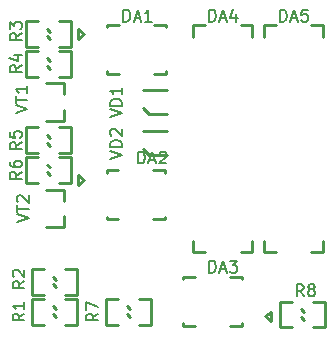
<source format=gbr>
G04 #@! TF.GenerationSoftware,KiCad,Pcbnew,(5.0.0-3-g5ebb6b6)*
G04 #@! TF.CreationDate,2019-04-02T16:58:23+03:00*
G04 #@! TF.ProjectId,uae,7561652E6B696361645F706362000000,rev?*
G04 #@! TF.SameCoordinates,Original*
G04 #@! TF.FileFunction,Legend,Top*
G04 #@! TF.FilePolarity,Positive*
%FSLAX46Y46*%
G04 Gerber Fmt 4.6, Leading zero omitted, Abs format (unit mm)*
G04 Created by KiCad (PCBNEW (5.0.0-3-g5ebb6b6)) date *
%MOMM*%
%LPD*%
G01*
G04 APERTURE LIST*
%ADD10C,0.250000*%
%ADD11C,0.200000*%
G04 APERTURE END LIST*
D10*
G04 #@! TO.C,DA1*
X101644000Y-49905000D02*
X101644000Y-49705000D01*
X101644000Y-49705000D02*
X100644000Y-49705000D01*
X96694000Y-49905000D02*
X96694000Y-49705000D01*
X96694000Y-49705000D02*
X97694000Y-49705000D01*
X94744000Y-50505000D02*
X94244000Y-50105000D01*
X94744000Y-50505000D02*
X94244000Y-50905000D01*
X94244000Y-50905000D02*
X94244000Y-50105000D01*
X101644000Y-53855000D02*
X100644000Y-53855000D01*
X101644000Y-53655000D02*
X101644000Y-53855000D01*
X96694000Y-53655000D02*
X96694000Y-53855000D01*
X96694000Y-53855000D02*
X97694000Y-53855000D01*
G04 #@! TO.C,DA2*
X96650000Y-66200000D02*
X97650000Y-66200000D01*
X96650000Y-66000000D02*
X96650000Y-66200000D01*
X101600000Y-66000000D02*
X101600000Y-66200000D01*
X101600000Y-66200000D02*
X100600000Y-66200000D01*
X94200000Y-63250000D02*
X94200000Y-62450000D01*
X94700000Y-62850000D02*
X94200000Y-63250000D01*
X94700000Y-62850000D02*
X94200000Y-62450000D01*
X96650000Y-62050000D02*
X97650000Y-62050000D01*
X96650000Y-62250000D02*
X96650000Y-62050000D01*
X101600000Y-62050000D02*
X100600000Y-62050000D01*
X101600000Y-62250000D02*
X101600000Y-62050000D01*
G04 #@! TO.C,DA3*
X103150000Y-75000000D02*
X103150000Y-75200000D01*
X103150000Y-75200000D02*
X104150000Y-75200000D01*
X108100000Y-75000000D02*
X108100000Y-75200000D01*
X108100000Y-75200000D02*
X107100000Y-75200000D01*
X110050000Y-74400000D02*
X110550000Y-74800000D01*
X110050000Y-74400000D02*
X110550000Y-74000000D01*
X110550000Y-74000000D02*
X110550000Y-74800000D01*
X103150000Y-71050000D02*
X104150000Y-71050000D01*
X103150000Y-71250000D02*
X103150000Y-71050000D01*
X108100000Y-71250000D02*
X108100000Y-71050000D01*
X108100000Y-71050000D02*
X107100000Y-71050000D01*
G04 #@! TO.C,DA4*
X104000000Y-68990000D02*
X104000000Y-67990000D01*
X104000000Y-68990000D02*
X105000000Y-68990000D01*
X109000000Y-68990000D02*
X109000000Y-67990000D01*
X109000000Y-68990000D02*
X108000000Y-68990000D01*
X104000000Y-49740000D02*
X104000000Y-50740000D01*
X104000000Y-49740000D02*
X105000000Y-49740000D01*
X109000000Y-49740000D02*
X108000000Y-49740000D01*
X109000000Y-49740000D02*
X109000000Y-50740000D01*
G04 #@! TO.C,DA5*
X115000000Y-49740000D02*
X115000000Y-50740000D01*
X115000000Y-49740000D02*
X114000000Y-49740000D01*
X110000000Y-49740000D02*
X111000000Y-49740000D01*
X110000000Y-49740000D02*
X110000000Y-50740000D01*
X115000000Y-68990000D02*
X114000000Y-68990000D01*
X115000000Y-68990000D02*
X115000000Y-67990000D01*
X110000000Y-68990000D02*
X111000000Y-68990000D01*
X110000000Y-68990000D02*
X110000000Y-67990000D01*
G04 #@! TO.C,R1*
X90350000Y-72900000D02*
X91350000Y-72900000D01*
X94150000Y-72900000D02*
X93150000Y-72900000D01*
X94150000Y-75100000D02*
X93150000Y-75100000D01*
X90350000Y-75100000D02*
X91350000Y-75100000D01*
X94150000Y-72900000D02*
X94150000Y-75100000D01*
X90350000Y-75100000D02*
X90350000Y-72900000D01*
X92100000Y-73550000D02*
X92400000Y-73800000D01*
X92100000Y-74200000D02*
X92400000Y-74450000D01*
G04 #@! TO.C,R2*
X92100000Y-71700000D02*
X92400000Y-71950000D01*
X92100000Y-71050000D02*
X92400000Y-71300000D01*
X90350000Y-72600000D02*
X90350000Y-70400000D01*
X94150000Y-70400000D02*
X94150000Y-72600000D01*
X90350000Y-72600000D02*
X91350000Y-72600000D01*
X94150000Y-72600000D02*
X93150000Y-72600000D01*
X94150000Y-70400000D02*
X93150000Y-70400000D01*
X90350000Y-70400000D02*
X91350000Y-70400000D01*
G04 #@! TO.C,R3*
X89850000Y-49400000D02*
X90850000Y-49400000D01*
X93650000Y-49400000D02*
X92650000Y-49400000D01*
X93650000Y-51600000D02*
X92650000Y-51600000D01*
X89850000Y-51600000D02*
X90850000Y-51600000D01*
X93650000Y-49400000D02*
X93650000Y-51600000D01*
X89850000Y-51600000D02*
X89850000Y-49400000D01*
X91600000Y-50050000D02*
X91900000Y-50300000D01*
X91600000Y-50700000D02*
X91900000Y-50950000D01*
G04 #@! TO.C,R4*
X91600000Y-53200000D02*
X91900000Y-53450000D01*
X91600000Y-52550000D02*
X91900000Y-52800000D01*
X89850000Y-54100000D02*
X89850000Y-51900000D01*
X93650000Y-51900000D02*
X93650000Y-54100000D01*
X89850000Y-54100000D02*
X90850000Y-54100000D01*
X93650000Y-54100000D02*
X92650000Y-54100000D01*
X93650000Y-51900000D02*
X92650000Y-51900000D01*
X89850000Y-51900000D02*
X90850000Y-51900000D01*
G04 #@! TO.C,R5*
X89850000Y-58400000D02*
X90850000Y-58400000D01*
X93650000Y-58400000D02*
X92650000Y-58400000D01*
X93650000Y-60600000D02*
X92650000Y-60600000D01*
X89850000Y-60600000D02*
X90850000Y-60600000D01*
X93650000Y-58400000D02*
X93650000Y-60600000D01*
X89850000Y-60600000D02*
X89850000Y-58400000D01*
X91600000Y-59050000D02*
X91900000Y-59300000D01*
X91600000Y-59700000D02*
X91900000Y-59950000D01*
G04 #@! TO.C,R6*
X91600000Y-62200000D02*
X91900000Y-62450000D01*
X91600000Y-61550000D02*
X91900000Y-61800000D01*
X89850000Y-63100000D02*
X89850000Y-60900000D01*
X93650000Y-60900000D02*
X93650000Y-63100000D01*
X89850000Y-63100000D02*
X90850000Y-63100000D01*
X93650000Y-63100000D02*
X92650000Y-63100000D01*
X93650000Y-60900000D02*
X92650000Y-60900000D01*
X89850000Y-60900000D02*
X90850000Y-60900000D01*
G04 #@! TO.C,R7*
X98650000Y-73800000D02*
X98350000Y-73550000D01*
X98650000Y-74450000D02*
X98350000Y-74200000D01*
X100400000Y-72900000D02*
X100400000Y-75100000D01*
X96600000Y-75100000D02*
X96600000Y-72900000D01*
X100400000Y-72900000D02*
X99400000Y-72900000D01*
X96600000Y-72900000D02*
X97600000Y-72900000D01*
X96600000Y-75100000D02*
X97600000Y-75100000D01*
X100400000Y-75100000D02*
X99400000Y-75100000D01*
G04 #@! TO.C,R8*
X111350000Y-73150000D02*
X112350000Y-73150000D01*
X115150000Y-73150000D02*
X114150000Y-73150000D01*
X115150000Y-75350000D02*
X114150000Y-75350000D01*
X111350000Y-75350000D02*
X112350000Y-75350000D01*
X115150000Y-73150000D02*
X115150000Y-75350000D01*
X111350000Y-75350000D02*
X111350000Y-73150000D01*
X113100000Y-73800000D02*
X113400000Y-74050000D01*
X113100000Y-74450000D02*
X113400000Y-74700000D01*
G04 #@! TO.C,VD1*
X101750000Y-57250000D02*
X100250000Y-57250000D01*
X99750000Y-56750000D02*
X100250000Y-57250000D01*
X101750000Y-55250000D02*
X99750000Y-55250000D01*
G04 #@! TO.C,VD2*
X101750000Y-58750000D02*
X99750000Y-58750000D01*
X99750000Y-60250000D02*
X100250000Y-60750000D01*
X101750000Y-60750000D02*
X100250000Y-60750000D01*
G04 #@! TO.C,VT1*
X93010000Y-57830000D02*
X93010000Y-56900000D01*
X93010000Y-54670000D02*
X93010000Y-55600000D01*
X93010000Y-57830000D02*
X91550000Y-57830000D01*
X93010000Y-54670000D02*
X91550000Y-54670000D01*
G04 #@! TO.C,VT2*
X93010000Y-63670000D02*
X91550000Y-63670000D01*
X93010000Y-66830000D02*
X91550000Y-66830000D01*
X93010000Y-63670000D02*
X93010000Y-64600000D01*
X93010000Y-66830000D02*
X93010000Y-65900000D01*
G04 #@! TO.C,DA1*
D11*
X98083333Y-49452380D02*
X98083333Y-48452380D01*
X98321428Y-48452380D01*
X98464285Y-48500000D01*
X98559523Y-48595238D01*
X98607142Y-48690476D01*
X98654761Y-48880952D01*
X98654761Y-49023809D01*
X98607142Y-49214285D01*
X98559523Y-49309523D01*
X98464285Y-49404761D01*
X98321428Y-49452380D01*
X98083333Y-49452380D01*
X99035714Y-49166666D02*
X99511904Y-49166666D01*
X98940476Y-49452380D02*
X99273809Y-48452380D01*
X99607142Y-49452380D01*
X100464285Y-49452380D02*
X99892857Y-49452380D01*
X100178571Y-49452380D02*
X100178571Y-48452380D01*
X100083333Y-48595238D01*
X99988095Y-48690476D01*
X99892857Y-48738095D01*
G04 #@! TO.C,DA2*
X99333333Y-61452380D02*
X99333333Y-60452380D01*
X99571428Y-60452380D01*
X99714285Y-60500000D01*
X99809523Y-60595238D01*
X99857142Y-60690476D01*
X99904761Y-60880952D01*
X99904761Y-61023809D01*
X99857142Y-61214285D01*
X99809523Y-61309523D01*
X99714285Y-61404761D01*
X99571428Y-61452380D01*
X99333333Y-61452380D01*
X100285714Y-61166666D02*
X100761904Y-61166666D01*
X100190476Y-61452380D02*
X100523809Y-60452380D01*
X100857142Y-61452380D01*
X101142857Y-60547619D02*
X101190476Y-60500000D01*
X101285714Y-60452380D01*
X101523809Y-60452380D01*
X101619047Y-60500000D01*
X101666666Y-60547619D01*
X101714285Y-60642857D01*
X101714285Y-60738095D01*
X101666666Y-60880952D01*
X101095238Y-61452380D01*
X101714285Y-61452380D01*
G04 #@! TO.C,DA3*
X105333333Y-70702380D02*
X105333333Y-69702380D01*
X105571428Y-69702380D01*
X105714285Y-69750000D01*
X105809523Y-69845238D01*
X105857142Y-69940476D01*
X105904761Y-70130952D01*
X105904761Y-70273809D01*
X105857142Y-70464285D01*
X105809523Y-70559523D01*
X105714285Y-70654761D01*
X105571428Y-70702380D01*
X105333333Y-70702380D01*
X106285714Y-70416666D02*
X106761904Y-70416666D01*
X106190476Y-70702380D02*
X106523809Y-69702380D01*
X106857142Y-70702380D01*
X107095238Y-69702380D02*
X107714285Y-69702380D01*
X107380952Y-70083333D01*
X107523809Y-70083333D01*
X107619047Y-70130952D01*
X107666666Y-70178571D01*
X107714285Y-70273809D01*
X107714285Y-70511904D01*
X107666666Y-70607142D01*
X107619047Y-70654761D01*
X107523809Y-70702380D01*
X107238095Y-70702380D01*
X107142857Y-70654761D01*
X107095238Y-70607142D01*
G04 #@! TO.C,DA4*
X105333333Y-49452380D02*
X105333333Y-48452380D01*
X105571428Y-48452380D01*
X105714285Y-48500000D01*
X105809523Y-48595238D01*
X105857142Y-48690476D01*
X105904761Y-48880952D01*
X105904761Y-49023809D01*
X105857142Y-49214285D01*
X105809523Y-49309523D01*
X105714285Y-49404761D01*
X105571428Y-49452380D01*
X105333333Y-49452380D01*
X106285714Y-49166666D02*
X106761904Y-49166666D01*
X106190476Y-49452380D02*
X106523809Y-48452380D01*
X106857142Y-49452380D01*
X107619047Y-48785714D02*
X107619047Y-49452380D01*
X107380952Y-48404761D02*
X107142857Y-49119047D01*
X107761904Y-49119047D01*
G04 #@! TO.C,DA5*
X111333333Y-49452380D02*
X111333333Y-48452380D01*
X111571428Y-48452380D01*
X111714285Y-48500000D01*
X111809523Y-48595238D01*
X111857142Y-48690476D01*
X111904761Y-48880952D01*
X111904761Y-49023809D01*
X111857142Y-49214285D01*
X111809523Y-49309523D01*
X111714285Y-49404761D01*
X111571428Y-49452380D01*
X111333333Y-49452380D01*
X112285714Y-49166666D02*
X112761904Y-49166666D01*
X112190476Y-49452380D02*
X112523809Y-48452380D01*
X112857142Y-49452380D01*
X113666666Y-48452380D02*
X113190476Y-48452380D01*
X113142857Y-48928571D01*
X113190476Y-48880952D01*
X113285714Y-48833333D01*
X113523809Y-48833333D01*
X113619047Y-48880952D01*
X113666666Y-48928571D01*
X113714285Y-49023809D01*
X113714285Y-49261904D01*
X113666666Y-49357142D01*
X113619047Y-49404761D01*
X113523809Y-49452380D01*
X113285714Y-49452380D01*
X113190476Y-49404761D01*
X113142857Y-49357142D01*
G04 #@! TO.C,R1*
X89702380Y-74166666D02*
X89226190Y-74500000D01*
X89702380Y-74738095D02*
X88702380Y-74738095D01*
X88702380Y-74357142D01*
X88750000Y-74261904D01*
X88797619Y-74214285D01*
X88892857Y-74166666D01*
X89035714Y-74166666D01*
X89130952Y-74214285D01*
X89178571Y-74261904D01*
X89226190Y-74357142D01*
X89226190Y-74738095D01*
X89702380Y-73214285D02*
X89702380Y-73785714D01*
X89702380Y-73500000D02*
X88702380Y-73500000D01*
X88845238Y-73595238D01*
X88940476Y-73690476D01*
X88988095Y-73785714D01*
G04 #@! TO.C,R2*
X89702380Y-71416666D02*
X89226190Y-71750000D01*
X89702380Y-71988095D02*
X88702380Y-71988095D01*
X88702380Y-71607142D01*
X88750000Y-71511904D01*
X88797619Y-71464285D01*
X88892857Y-71416666D01*
X89035714Y-71416666D01*
X89130952Y-71464285D01*
X89178571Y-71511904D01*
X89226190Y-71607142D01*
X89226190Y-71988095D01*
X88797619Y-71035714D02*
X88750000Y-70988095D01*
X88702380Y-70892857D01*
X88702380Y-70654761D01*
X88750000Y-70559523D01*
X88797619Y-70511904D01*
X88892857Y-70464285D01*
X88988095Y-70464285D01*
X89130952Y-70511904D01*
X89702380Y-71083333D01*
X89702380Y-70464285D01*
G04 #@! TO.C,R3*
X89452380Y-50416666D02*
X88976190Y-50750000D01*
X89452380Y-50988095D02*
X88452380Y-50988095D01*
X88452380Y-50607142D01*
X88500000Y-50511904D01*
X88547619Y-50464285D01*
X88642857Y-50416666D01*
X88785714Y-50416666D01*
X88880952Y-50464285D01*
X88928571Y-50511904D01*
X88976190Y-50607142D01*
X88976190Y-50988095D01*
X88452380Y-50083333D02*
X88452380Y-49464285D01*
X88833333Y-49797619D01*
X88833333Y-49654761D01*
X88880952Y-49559523D01*
X88928571Y-49511904D01*
X89023809Y-49464285D01*
X89261904Y-49464285D01*
X89357142Y-49511904D01*
X89404761Y-49559523D01*
X89452380Y-49654761D01*
X89452380Y-49940476D01*
X89404761Y-50035714D01*
X89357142Y-50083333D01*
G04 #@! TO.C,R4*
X89452380Y-53166666D02*
X88976190Y-53500000D01*
X89452380Y-53738095D02*
X88452380Y-53738095D01*
X88452380Y-53357142D01*
X88500000Y-53261904D01*
X88547619Y-53214285D01*
X88642857Y-53166666D01*
X88785714Y-53166666D01*
X88880952Y-53214285D01*
X88928571Y-53261904D01*
X88976190Y-53357142D01*
X88976190Y-53738095D01*
X88785714Y-52309523D02*
X89452380Y-52309523D01*
X88404761Y-52547619D02*
X89119047Y-52785714D01*
X89119047Y-52166666D01*
G04 #@! TO.C,R5*
X89452380Y-59666666D02*
X88976190Y-60000000D01*
X89452380Y-60238095D02*
X88452380Y-60238095D01*
X88452380Y-59857142D01*
X88500000Y-59761904D01*
X88547619Y-59714285D01*
X88642857Y-59666666D01*
X88785714Y-59666666D01*
X88880952Y-59714285D01*
X88928571Y-59761904D01*
X88976190Y-59857142D01*
X88976190Y-60238095D01*
X88452380Y-58761904D02*
X88452380Y-59238095D01*
X88928571Y-59285714D01*
X88880952Y-59238095D01*
X88833333Y-59142857D01*
X88833333Y-58904761D01*
X88880952Y-58809523D01*
X88928571Y-58761904D01*
X89023809Y-58714285D01*
X89261904Y-58714285D01*
X89357142Y-58761904D01*
X89404761Y-58809523D01*
X89452380Y-58904761D01*
X89452380Y-59142857D01*
X89404761Y-59238095D01*
X89357142Y-59285714D01*
G04 #@! TO.C,R6*
X89452380Y-62166666D02*
X88976190Y-62500000D01*
X89452380Y-62738095D02*
X88452380Y-62738095D01*
X88452380Y-62357142D01*
X88500000Y-62261904D01*
X88547619Y-62214285D01*
X88642857Y-62166666D01*
X88785714Y-62166666D01*
X88880952Y-62214285D01*
X88928571Y-62261904D01*
X88976190Y-62357142D01*
X88976190Y-62738095D01*
X88452380Y-61309523D02*
X88452380Y-61500000D01*
X88500000Y-61595238D01*
X88547619Y-61642857D01*
X88690476Y-61738095D01*
X88880952Y-61785714D01*
X89261904Y-61785714D01*
X89357142Y-61738095D01*
X89404761Y-61690476D01*
X89452380Y-61595238D01*
X89452380Y-61404761D01*
X89404761Y-61309523D01*
X89357142Y-61261904D01*
X89261904Y-61214285D01*
X89023809Y-61214285D01*
X88928571Y-61261904D01*
X88880952Y-61309523D01*
X88833333Y-61404761D01*
X88833333Y-61595238D01*
X88880952Y-61690476D01*
X88928571Y-61738095D01*
X89023809Y-61785714D01*
G04 #@! TO.C,R7*
X95952380Y-74166666D02*
X95476190Y-74500000D01*
X95952380Y-74738095D02*
X94952380Y-74738095D01*
X94952380Y-74357142D01*
X95000000Y-74261904D01*
X95047619Y-74214285D01*
X95142857Y-74166666D01*
X95285714Y-74166666D01*
X95380952Y-74214285D01*
X95428571Y-74261904D01*
X95476190Y-74357142D01*
X95476190Y-74738095D01*
X94952380Y-73833333D02*
X94952380Y-73166666D01*
X95952380Y-73595238D01*
G04 #@! TO.C,R8*
X113333333Y-72702380D02*
X113000000Y-72226190D01*
X112761904Y-72702380D02*
X112761904Y-71702380D01*
X113142857Y-71702380D01*
X113238095Y-71750000D01*
X113285714Y-71797619D01*
X113333333Y-71892857D01*
X113333333Y-72035714D01*
X113285714Y-72130952D01*
X113238095Y-72178571D01*
X113142857Y-72226190D01*
X112761904Y-72226190D01*
X113904761Y-72130952D02*
X113809523Y-72083333D01*
X113761904Y-72035714D01*
X113714285Y-71940476D01*
X113714285Y-71892857D01*
X113761904Y-71797619D01*
X113809523Y-71750000D01*
X113904761Y-71702380D01*
X114095238Y-71702380D01*
X114190476Y-71750000D01*
X114238095Y-71797619D01*
X114285714Y-71892857D01*
X114285714Y-71940476D01*
X114238095Y-72035714D01*
X114190476Y-72083333D01*
X114095238Y-72130952D01*
X113904761Y-72130952D01*
X113809523Y-72178571D01*
X113761904Y-72226190D01*
X113714285Y-72321428D01*
X113714285Y-72511904D01*
X113761904Y-72607142D01*
X113809523Y-72654761D01*
X113904761Y-72702380D01*
X114095238Y-72702380D01*
X114190476Y-72654761D01*
X114238095Y-72607142D01*
X114285714Y-72511904D01*
X114285714Y-72321428D01*
X114238095Y-72226190D01*
X114190476Y-72178571D01*
X114095238Y-72130952D01*
G04 #@! TO.C,VD1*
X96952380Y-57559523D02*
X97952380Y-57226190D01*
X96952380Y-56892857D01*
X97952380Y-56559523D02*
X96952380Y-56559523D01*
X96952380Y-56321428D01*
X97000000Y-56178571D01*
X97095238Y-56083333D01*
X97190476Y-56035714D01*
X97380952Y-55988095D01*
X97523809Y-55988095D01*
X97714285Y-56035714D01*
X97809523Y-56083333D01*
X97904761Y-56178571D01*
X97952380Y-56321428D01*
X97952380Y-56559523D01*
X97952380Y-55035714D02*
X97952380Y-55607142D01*
X97952380Y-55321428D02*
X96952380Y-55321428D01*
X97095238Y-55416666D01*
X97190476Y-55511904D01*
X97238095Y-55607142D01*
G04 #@! TO.C,VD2*
X96952380Y-61059523D02*
X97952380Y-60726190D01*
X96952380Y-60392857D01*
X97952380Y-60059523D02*
X96952380Y-60059523D01*
X96952380Y-59821428D01*
X97000000Y-59678571D01*
X97095238Y-59583333D01*
X97190476Y-59535714D01*
X97380952Y-59488095D01*
X97523809Y-59488095D01*
X97714285Y-59535714D01*
X97809523Y-59583333D01*
X97904761Y-59678571D01*
X97952380Y-59821428D01*
X97952380Y-60059523D01*
X97047619Y-59107142D02*
X97000000Y-59059523D01*
X96952380Y-58964285D01*
X96952380Y-58726190D01*
X97000000Y-58630952D01*
X97047619Y-58583333D01*
X97142857Y-58535714D01*
X97238095Y-58535714D01*
X97380952Y-58583333D01*
X97952380Y-59154761D01*
X97952380Y-58535714D01*
G04 #@! TO.C,VT1*
X88952380Y-57190476D02*
X89952380Y-56857142D01*
X88952380Y-56523809D01*
X88952380Y-56333333D02*
X88952380Y-55761904D01*
X89952380Y-56047619D02*
X88952380Y-56047619D01*
X89952380Y-54904761D02*
X89952380Y-55476190D01*
X89952380Y-55190476D02*
X88952380Y-55190476D01*
X89095238Y-55285714D01*
X89190476Y-55380952D01*
X89238095Y-55476190D01*
G04 #@! TO.C,VT2*
X89052380Y-66440476D02*
X90052380Y-66107142D01*
X89052380Y-65773809D01*
X89052380Y-65583333D02*
X89052380Y-65011904D01*
X90052380Y-65297619D02*
X89052380Y-65297619D01*
X89147619Y-64726190D02*
X89100000Y-64678571D01*
X89052380Y-64583333D01*
X89052380Y-64345238D01*
X89100000Y-64250000D01*
X89147619Y-64202380D01*
X89242857Y-64154761D01*
X89338095Y-64154761D01*
X89480952Y-64202380D01*
X90052380Y-64773809D01*
X90052380Y-64154761D01*
G04 #@! TD*
M02*

</source>
